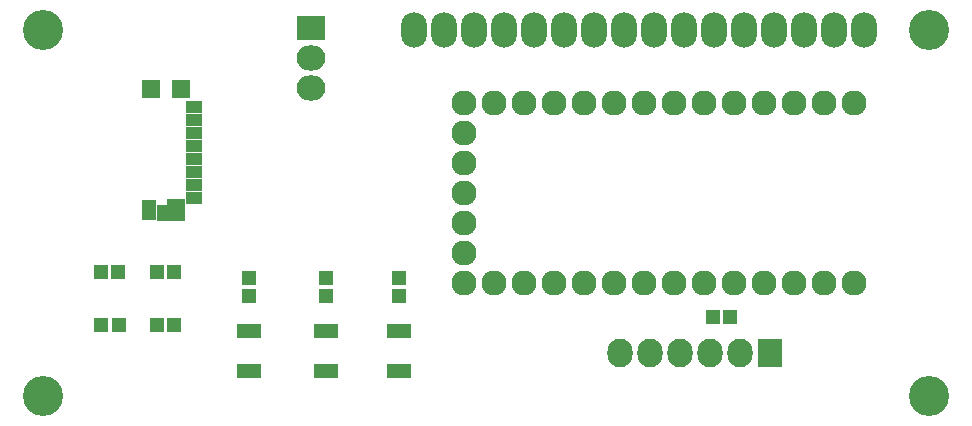
<source format=gts>
G04 #@! TF.FileFunction,Soldermask,Top*
%FSLAX46Y46*%
G04 Gerber Fmt 4.6, Leading zero omitted, Abs format (unit mm)*
G04 Created by KiCad (PCBNEW 4.0.1-3.201512221402+6198~38~ubuntu14.04.1-stable) date Sat 13 Aug 2016 05:43:18 PM PDT*
%MOMM*%
G01*
G04 APERTURE LIST*
%ADD10C,0.100000*%
%ADD11C,2.127200*%
%ADD12R,2.127200X2.432000*%
%ADD13O,2.127200X2.432000*%
%ADD14O,2.200000X3.000000*%
%ADD15C,3.400000*%
%ADD16R,1.200000X1.150000*%
%ADD17R,1.150000X1.200000*%
%ADD18R,2.432000X2.127200*%
%ADD19O,2.432000X2.127200*%
%ADD20R,2.100000X1.200000*%
%ADD21R,1.300000X1.800000*%
%ADD22R,1.550000X1.600000*%
%ADD23R,1.600000X1.850000*%
%ADD24R,1.400000X1.100000*%
%ADD25R,1.100000X1.400000*%
G04 APERTURE END LIST*
D10*
D11*
X168910000Y-106045000D03*
X166370000Y-106045000D03*
X163830000Y-106045000D03*
X161290000Y-106045000D03*
X158750000Y-106045000D03*
X156210000Y-106045000D03*
X153670000Y-106045000D03*
X151130000Y-106045000D03*
X148590000Y-106045000D03*
X146050000Y-106045000D03*
X143510000Y-106045000D03*
X140970000Y-106045000D03*
X138430000Y-106045000D03*
X135890000Y-106045000D03*
X135890000Y-108585000D03*
X135890000Y-111125000D03*
X135890000Y-113665000D03*
X135890000Y-116205000D03*
X135890000Y-118745000D03*
X135890000Y-121285000D03*
X143510000Y-121285000D03*
X163830000Y-121285000D03*
X148590000Y-121285000D03*
X146050000Y-121285000D03*
X166370000Y-121285000D03*
X158750000Y-121285000D03*
X168910000Y-121285000D03*
X156210000Y-121285000D03*
X153670000Y-121285000D03*
X151130000Y-121285000D03*
X161290000Y-121285000D03*
X138430000Y-121285000D03*
X140970000Y-121285000D03*
D12*
X161798000Y-127254000D03*
D13*
X159258000Y-127254000D03*
X156718000Y-127254000D03*
X154178000Y-127254000D03*
X151638000Y-127254000D03*
X149098000Y-127254000D03*
D14*
X169801540Y-99855020D03*
X167261540Y-99855020D03*
X164721540Y-99855020D03*
X162181540Y-99855020D03*
X159641540Y-99855020D03*
X157101540Y-99855020D03*
X154561540Y-99855020D03*
X152021540Y-99855020D03*
X149481540Y-99855020D03*
X146941540Y-99855020D03*
X144401540Y-99855020D03*
X141861540Y-99855020D03*
X139321540Y-99855020D03*
X136781540Y-99855020D03*
X134241540Y-99855020D03*
X131701540Y-99855020D03*
D15*
X175300640Y-99855020D03*
X175300640Y-130855720D03*
X100302060Y-130855720D03*
X100302060Y-99855020D03*
D16*
X105227666Y-124828528D03*
X106727666Y-124828528D03*
X105168000Y-120383528D03*
X106668000Y-120383528D03*
X156972000Y-124206000D03*
X158472000Y-124206000D03*
X111402666Y-124828528D03*
X109902666Y-124828528D03*
D17*
X130429000Y-120904000D03*
X130429000Y-122404000D03*
X124206000Y-120928000D03*
X124206000Y-122428000D03*
X117729000Y-120904000D03*
X117729000Y-122404000D03*
D18*
X122936000Y-99695000D03*
D19*
X122936000Y-102235000D03*
X122936000Y-104775000D03*
D16*
X111402666Y-120383528D03*
X109902666Y-120383528D03*
D20*
X130429000Y-128749000D03*
X130429000Y-125349000D03*
X124206000Y-128749000D03*
X124206000Y-125349000D03*
X117729000Y-128749000D03*
X117729000Y-125349000D03*
D21*
X109253500Y-115149900D03*
D22*
X109390000Y-104885000D03*
D23*
X111553500Y-115124900D03*
D22*
X111990000Y-104885000D03*
D24*
X113030000Y-107485000D03*
X113030000Y-106385000D03*
X113030000Y-108585000D03*
X113030000Y-109685000D03*
X113030000Y-110785000D03*
X113030000Y-114085000D03*
X113030000Y-112985000D03*
X113030000Y-111885000D03*
D25*
X110403500Y-115349900D03*
M02*

</source>
